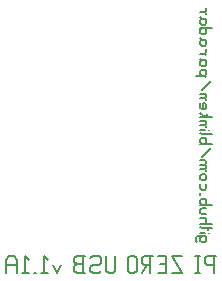
<source format=gbr>
G04 start of page 9 for group -4078 idx -4078 *
G04 Title: (unknown), bottomsilk *
G04 Creator: pcb 4.2.0 *
G04 CreationDate: Thu Feb 27 09:31:51 2020 UTC *
G04 For: blinken *
G04 Format: Gerber/RS-274X *
G04 PCB-Dimensions (mm): 65.00 56.00 *
G04 PCB-Coordinate-Origin: lower left *
%MOMM*%
%FSLAX43Y43*%
%LNBOTTOMSILK*%
%ADD59C,0.150*%
G54D59*X19888Y31881D02*X19761Y32008D01*
X19888Y31627D02*Y31881D01*
X19761Y31500D02*X19888Y31627D01*
X19507Y31500D02*X19761D01*
X19507D02*X19380Y31627D01*
Y31881D01*
X19507Y32008D01*
X19126Y31500D02*X18999Y31627D01*
Y31881D01*
X19126Y32008D01*
X19888D01*
X20117Y32313D02*X20142D01*
X19380D02*X19761D01*
X19507Y32694D02*X20396D01*
X19507D02*X19380Y32821D01*
X20015Y32567D02*Y32821D01*
X19380Y33075D02*X20396D01*
X19761D02*X19888Y33202D01*
Y33456D01*
X19761Y33583D01*
X19380D02*X19761D01*
X19507Y33888D02*X19888D01*
X19507D02*X19380Y34015D01*
Y34269D01*
X19507Y34396D01*
X19888D01*
X19380Y34700D02*X20396D01*
X19507D02*X19380Y34827D01*
Y35081D01*
X19507Y35208D01*
X19761D01*
X19888Y35081D02*X19761Y35208D01*
X19888Y34827D02*Y35081D01*
X19761Y34700D02*X19888Y34827D01*
X19380Y35513D02*Y35640D01*
X19888Y36072D02*Y36453D01*
X19761Y35945D02*X19888Y36072D01*
X19507Y35945D02*X19761D01*
X19507D02*X19380Y36072D01*
Y36453D01*
X19507Y36758D02*X19761D01*
X19888Y36885D01*
Y37139D01*
X19761Y37266D01*
X19507D02*X19761D01*
X19380Y37139D02*X19507Y37266D01*
X19380Y36885D02*Y37139D01*
X19507Y36758D02*X19380Y36885D01*
Y37698D02*X19761D01*
X19888Y37825D01*
Y37952D01*
X19761Y38079D01*
X19380D02*X19761D01*
X19888Y38206D01*
Y38333D01*
X19761Y38460D01*
X19380D02*X19761D01*
X19888Y37571D02*X19761Y37698D01*
X19507Y38764D02*X20269Y39526D01*
X19380Y39831D02*X20396D01*
X19507D02*X19380Y39958D01*
Y40212D01*
X19507Y40339D01*
X19761D01*
X19888Y40212D02*X19761Y40339D01*
X19888Y39958D02*Y40212D01*
X19761Y39831D02*X19888Y39958D01*
X19507Y40644D02*X20396D01*
X19507D02*X19380Y40771D01*
X20117Y41025D02*X20142D01*
X19380D02*X19761D01*
X19380Y41406D02*X19761D01*
X19888Y41533D01*
Y41660D01*
X19761Y41787D01*
X19380D02*X19761D01*
X19888Y41279D02*X19761Y41406D01*
X19380Y42092D02*X20396D01*
X19761D02*X19380Y42473D01*
X19761Y42092D02*X20015Y42346D01*
X19380Y42905D02*Y43286D01*
X19507Y42778D02*X19380Y42905D01*
X19507Y42778D02*X19761D01*
X19888Y42905D01*
Y43159D01*
X19761Y43286D01*
X19634Y42778D02*Y43286D01*
X19761D01*
X19380Y43717D02*X19761D01*
X19888Y43844D01*
Y43971D01*
X19761Y44098D01*
X19380D02*X19761D01*
X19888Y43590D02*X19761Y43717D01*
X19507Y44403D02*X20269Y45165D01*
X18999Y45597D02*X19761D01*
X19888Y45470D02*X19761Y45597D01*
X19888Y45724D01*
Y45978D01*
X19761Y46105D01*
X19507D02*X19761D01*
X19380Y45978D02*X19507Y46105D01*
X19380Y45724D02*Y45978D01*
X19507Y45597D02*X19380Y45724D01*
X19888Y46791D02*X19761Y46918D01*
X19888Y46537D02*Y46791D01*
X19761Y46410D02*X19888Y46537D01*
X19507Y46410D02*X19761D01*
X19507D02*X19380Y46537D01*
X19507Y46918D02*X19888D01*
X19507D02*X19380Y47045D01*
Y46537D02*Y46791D01*
X19507Y46918D01*
X19380Y47477D02*X19761D01*
X19888Y47604D01*
Y47858D01*
Y47350D02*X19761Y47477D01*
X19888Y48543D02*X19761Y48670D01*
X19888Y48289D02*Y48543D01*
X19761Y48162D02*X19888Y48289D01*
X19507Y48162D02*X19761D01*
X19507D02*X19380Y48289D01*
X19507Y48670D02*X19888D01*
X19507D02*X19380Y48797D01*
Y48289D02*Y48543D01*
X19507Y48670D01*
X19380Y49610D02*X20396D01*
X19380Y49483D02*X19507Y49610D01*
X19380Y49229D02*Y49483D01*
X19507Y49102D02*X19380Y49229D01*
X19507Y49102D02*X19761D01*
X19888Y49229D01*
Y49483D01*
X19761Y49610D01*
X19888Y50296D02*X19761Y50423D01*
X19888Y50042D02*Y50296D01*
X19761Y49915D02*X19888Y50042D01*
X19507Y49915D02*X19761D01*
X19507D02*X19380Y50042D01*
X19507Y50423D02*X19888D01*
X19507D02*X19380Y50550D01*
Y50042D02*Y50296D01*
X19507Y50423D01*
X19380Y50982D02*X19761D01*
X19888Y51109D01*
Y51363D01*
Y50855D02*X19761Y50982D01*
X20517Y28871D02*Y30334D01*
X19968D02*X20700D01*
X19968D02*X19786Y30151D01*
Y29786D02*Y30151D01*
X19968Y29603D02*X19786Y29786D01*
X19968Y29603D02*X20517D01*
X18981Y30334D02*X19347D01*
X19164Y28871D02*Y30334D01*
X18981Y28871D02*X19347D01*
X16969Y30334D02*X17884D01*
Y28871D02*X16969Y30334D01*
Y28871D02*X17884D01*
X15982Y29676D02*X16530D01*
X15799Y28871D02*X16530D01*
Y30334D01*
X15799D02*X16530D01*
X14628D02*X15360D01*
X14628D02*X14445Y30151D01*
Y29786D02*Y30151D01*
X14628Y29603D02*X14445Y29786D01*
X14628Y29603D02*X15177D01*
Y28871D02*Y30334D01*
X14884Y29603D02*X14445Y28871D01*
X14007Y29054D02*Y30151D01*
X13824Y30334D01*
X13458D02*X13824D01*
X13458D02*X13275Y30151D01*
Y29054D02*Y30151D01*
X13458Y28871D02*X13275Y29054D01*
X13458Y28871D02*X13824D01*
X14007Y29054D02*X13824Y28871D01*
X12178Y29054D02*Y30334D01*
Y29054D02*X11995Y28871D01*
X11629D02*X11995D01*
X11629D02*X11446Y29054D01*
Y30334D01*
X10276D02*X10093Y30151D01*
X10276Y30334D02*X10824D01*
X11007Y30151D02*X10824Y30334D01*
X11007Y29786D02*Y30151D01*
Y29786D02*X10824Y29603D01*
X10276D02*X10824D01*
X10276D02*X10093Y29420D01*
Y29054D02*Y29420D01*
X10276Y28871D02*X10093Y29054D01*
X10276Y28871D02*X10824D01*
X11007Y29054D02*X10824Y28871D01*
X8923D02*X9654D01*
X8923D02*X8740Y29054D01*
Y29493D01*
X8923Y29676D02*X8740Y29493D01*
X8923Y29676D02*X9471D01*
Y28871D02*Y30334D01*
X8923D02*X9654D01*
X8923D02*X8740Y30151D01*
Y29859D02*Y30151D01*
X8923Y29676D02*X8740Y29859D01*
X7642Y29603D02*X7277Y28871D01*
X6911Y29603D02*X7277Y28871D01*
X6472Y30042D02*X6179Y30334D01*
Y28871D02*Y30334D01*
X5923Y28871D02*X6472D01*
X5301D02*X5484D01*
X4863Y30042D02*X4570Y30334D01*
Y28871D02*Y30334D01*
X4314Y28871D02*X4863D01*
X3875D02*Y29968D01*
X3619Y30334D01*
X3217D02*X3619D01*
X3217D02*X2961Y29968D01*
Y28871D02*Y29968D01*
Y29603D02*X3875D01*
M02*

</source>
